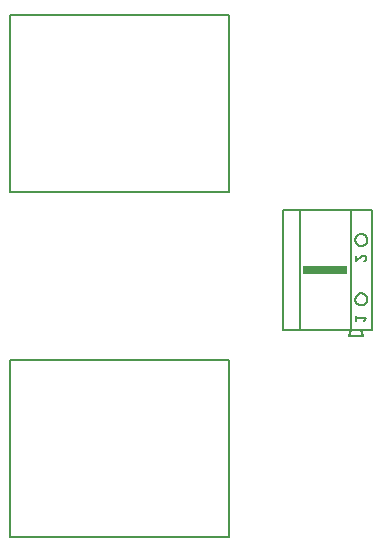
<source format=gbr>
G04 EAGLE Gerber RS-274X export*
G75*
%MOMM*%
%FSLAX34Y34*%
%LPD*%
%INSilkscreen Bottom*%
%IPPOS*%
%AMOC8*
5,1,8,0,0,1.08239X$1,22.5*%
G01*
%ADD10C,0.203200*%
%ADD11C,0.152400*%
%ADD12C,0.127000*%
%ADD13R,3.810000X0.762000*%


D10*
X769200Y497700D02*
X769200Y647700D01*
X584200Y647700D01*
X584200Y497700D01*
X769200Y497700D01*
X769200Y355600D02*
X769200Y205600D01*
X769200Y355600D02*
X584200Y355600D01*
X584200Y205600D01*
X769200Y205600D01*
D11*
X815340Y381000D02*
X829310Y381000D01*
X890270Y381000D02*
X890270Y482600D01*
X872490Y482600D01*
X815340Y482600D02*
X815340Y381000D01*
X881380Y381000D02*
X882650Y375920D01*
X881380Y381000D02*
X890270Y381000D01*
X882650Y375920D02*
X871220Y375920D01*
X872490Y381000D01*
X881380Y381000D01*
X872490Y381000D02*
X872490Y482600D01*
X829310Y482600D01*
X829310Y381000D01*
X872490Y381000D01*
X829310Y482600D02*
X815340Y482600D01*
X876300Y456946D02*
X876302Y457088D01*
X876308Y457231D01*
X876318Y457373D01*
X876332Y457515D01*
X876350Y457656D01*
X876372Y457797D01*
X876398Y457937D01*
X876427Y458076D01*
X876461Y458215D01*
X876499Y458352D01*
X876540Y458489D01*
X876585Y458624D01*
X876634Y458758D01*
X876687Y458890D01*
X876743Y459021D01*
X876803Y459150D01*
X876867Y459278D01*
X876934Y459403D01*
X877005Y459527D01*
X877079Y459649D01*
X877156Y459768D01*
X877237Y459886D01*
X877321Y460001D01*
X877408Y460113D01*
X877499Y460223D01*
X877592Y460331D01*
X877689Y460436D01*
X877788Y460538D01*
X877890Y460637D01*
X877995Y460734D01*
X878103Y460827D01*
X878213Y460918D01*
X878325Y461005D01*
X878440Y461089D01*
X878558Y461170D01*
X878677Y461247D01*
X878799Y461321D01*
X878923Y461392D01*
X879048Y461459D01*
X879176Y461523D01*
X879305Y461583D01*
X879436Y461639D01*
X879568Y461692D01*
X879702Y461741D01*
X879837Y461786D01*
X879974Y461827D01*
X880111Y461865D01*
X880250Y461899D01*
X880389Y461928D01*
X880529Y461954D01*
X880670Y461976D01*
X880811Y461994D01*
X880953Y462008D01*
X881095Y462018D01*
X881238Y462024D01*
X881380Y462026D01*
X881522Y462024D01*
X881665Y462018D01*
X881807Y462008D01*
X881949Y461994D01*
X882090Y461976D01*
X882231Y461954D01*
X882371Y461928D01*
X882510Y461899D01*
X882649Y461865D01*
X882786Y461827D01*
X882923Y461786D01*
X883058Y461741D01*
X883192Y461692D01*
X883324Y461639D01*
X883455Y461583D01*
X883584Y461523D01*
X883712Y461459D01*
X883837Y461392D01*
X883961Y461321D01*
X884083Y461247D01*
X884202Y461170D01*
X884320Y461089D01*
X884435Y461005D01*
X884547Y460918D01*
X884657Y460827D01*
X884765Y460734D01*
X884870Y460637D01*
X884972Y460538D01*
X885071Y460436D01*
X885168Y460331D01*
X885261Y460223D01*
X885352Y460113D01*
X885439Y460001D01*
X885523Y459886D01*
X885604Y459768D01*
X885681Y459649D01*
X885755Y459527D01*
X885826Y459403D01*
X885893Y459278D01*
X885957Y459150D01*
X886017Y459021D01*
X886073Y458890D01*
X886126Y458758D01*
X886175Y458624D01*
X886220Y458489D01*
X886261Y458352D01*
X886299Y458215D01*
X886333Y458076D01*
X886362Y457937D01*
X886388Y457797D01*
X886410Y457656D01*
X886428Y457515D01*
X886442Y457373D01*
X886452Y457231D01*
X886458Y457088D01*
X886460Y456946D01*
X886458Y456804D01*
X886452Y456661D01*
X886442Y456519D01*
X886428Y456377D01*
X886410Y456236D01*
X886388Y456095D01*
X886362Y455955D01*
X886333Y455816D01*
X886299Y455677D01*
X886261Y455540D01*
X886220Y455403D01*
X886175Y455268D01*
X886126Y455134D01*
X886073Y455002D01*
X886017Y454871D01*
X885957Y454742D01*
X885893Y454614D01*
X885826Y454489D01*
X885755Y454365D01*
X885681Y454243D01*
X885604Y454124D01*
X885523Y454006D01*
X885439Y453891D01*
X885352Y453779D01*
X885261Y453669D01*
X885168Y453561D01*
X885071Y453456D01*
X884972Y453354D01*
X884870Y453255D01*
X884765Y453158D01*
X884657Y453065D01*
X884547Y452974D01*
X884435Y452887D01*
X884320Y452803D01*
X884202Y452722D01*
X884083Y452645D01*
X883961Y452571D01*
X883837Y452500D01*
X883712Y452433D01*
X883584Y452369D01*
X883455Y452309D01*
X883324Y452253D01*
X883192Y452200D01*
X883058Y452151D01*
X882923Y452106D01*
X882786Y452065D01*
X882649Y452027D01*
X882510Y451993D01*
X882371Y451964D01*
X882231Y451938D01*
X882090Y451916D01*
X881949Y451898D01*
X881807Y451884D01*
X881665Y451874D01*
X881522Y451868D01*
X881380Y451866D01*
X881238Y451868D01*
X881095Y451874D01*
X880953Y451884D01*
X880811Y451898D01*
X880670Y451916D01*
X880529Y451938D01*
X880389Y451964D01*
X880250Y451993D01*
X880111Y452027D01*
X879974Y452065D01*
X879837Y452106D01*
X879702Y452151D01*
X879568Y452200D01*
X879436Y452253D01*
X879305Y452309D01*
X879176Y452369D01*
X879048Y452433D01*
X878923Y452500D01*
X878799Y452571D01*
X878677Y452645D01*
X878558Y452722D01*
X878440Y452803D01*
X878325Y452887D01*
X878213Y452974D01*
X878103Y453065D01*
X877995Y453158D01*
X877890Y453255D01*
X877788Y453354D01*
X877689Y453456D01*
X877592Y453561D01*
X877499Y453669D01*
X877408Y453779D01*
X877321Y453891D01*
X877237Y454006D01*
X877156Y454124D01*
X877079Y454243D01*
X877005Y454365D01*
X876934Y454489D01*
X876867Y454614D01*
X876803Y454742D01*
X876743Y454871D01*
X876687Y455002D01*
X876634Y455134D01*
X876585Y455268D01*
X876540Y455403D01*
X876499Y455540D01*
X876461Y455677D01*
X876427Y455816D01*
X876398Y455955D01*
X876372Y456095D01*
X876350Y456236D01*
X876332Y456377D01*
X876318Y456519D01*
X876308Y456661D01*
X876302Y456804D01*
X876300Y456946D01*
X876300Y406654D02*
X876302Y406796D01*
X876308Y406939D01*
X876318Y407081D01*
X876332Y407223D01*
X876350Y407364D01*
X876372Y407505D01*
X876398Y407645D01*
X876427Y407784D01*
X876461Y407923D01*
X876499Y408060D01*
X876540Y408197D01*
X876585Y408332D01*
X876634Y408466D01*
X876687Y408598D01*
X876743Y408729D01*
X876803Y408858D01*
X876867Y408986D01*
X876934Y409111D01*
X877005Y409235D01*
X877079Y409357D01*
X877156Y409476D01*
X877237Y409594D01*
X877321Y409709D01*
X877408Y409821D01*
X877499Y409931D01*
X877592Y410039D01*
X877689Y410144D01*
X877788Y410246D01*
X877890Y410345D01*
X877995Y410442D01*
X878103Y410535D01*
X878213Y410626D01*
X878325Y410713D01*
X878440Y410797D01*
X878558Y410878D01*
X878677Y410955D01*
X878799Y411029D01*
X878923Y411100D01*
X879048Y411167D01*
X879176Y411231D01*
X879305Y411291D01*
X879436Y411347D01*
X879568Y411400D01*
X879702Y411449D01*
X879837Y411494D01*
X879974Y411535D01*
X880111Y411573D01*
X880250Y411607D01*
X880389Y411636D01*
X880529Y411662D01*
X880670Y411684D01*
X880811Y411702D01*
X880953Y411716D01*
X881095Y411726D01*
X881238Y411732D01*
X881380Y411734D01*
X881522Y411732D01*
X881665Y411726D01*
X881807Y411716D01*
X881949Y411702D01*
X882090Y411684D01*
X882231Y411662D01*
X882371Y411636D01*
X882510Y411607D01*
X882649Y411573D01*
X882786Y411535D01*
X882923Y411494D01*
X883058Y411449D01*
X883192Y411400D01*
X883324Y411347D01*
X883455Y411291D01*
X883584Y411231D01*
X883712Y411167D01*
X883837Y411100D01*
X883961Y411029D01*
X884083Y410955D01*
X884202Y410878D01*
X884320Y410797D01*
X884435Y410713D01*
X884547Y410626D01*
X884657Y410535D01*
X884765Y410442D01*
X884870Y410345D01*
X884972Y410246D01*
X885071Y410144D01*
X885168Y410039D01*
X885261Y409931D01*
X885352Y409821D01*
X885439Y409709D01*
X885523Y409594D01*
X885604Y409476D01*
X885681Y409357D01*
X885755Y409235D01*
X885826Y409111D01*
X885893Y408986D01*
X885957Y408858D01*
X886017Y408729D01*
X886073Y408598D01*
X886126Y408466D01*
X886175Y408332D01*
X886220Y408197D01*
X886261Y408060D01*
X886299Y407923D01*
X886333Y407784D01*
X886362Y407645D01*
X886388Y407505D01*
X886410Y407364D01*
X886428Y407223D01*
X886442Y407081D01*
X886452Y406939D01*
X886458Y406796D01*
X886460Y406654D01*
X886458Y406512D01*
X886452Y406369D01*
X886442Y406227D01*
X886428Y406085D01*
X886410Y405944D01*
X886388Y405803D01*
X886362Y405663D01*
X886333Y405524D01*
X886299Y405385D01*
X886261Y405248D01*
X886220Y405111D01*
X886175Y404976D01*
X886126Y404842D01*
X886073Y404710D01*
X886017Y404579D01*
X885957Y404450D01*
X885893Y404322D01*
X885826Y404197D01*
X885755Y404073D01*
X885681Y403951D01*
X885604Y403832D01*
X885523Y403714D01*
X885439Y403599D01*
X885352Y403487D01*
X885261Y403377D01*
X885168Y403269D01*
X885071Y403164D01*
X884972Y403062D01*
X884870Y402963D01*
X884765Y402866D01*
X884657Y402773D01*
X884547Y402682D01*
X884435Y402595D01*
X884320Y402511D01*
X884202Y402430D01*
X884083Y402353D01*
X883961Y402279D01*
X883837Y402208D01*
X883712Y402141D01*
X883584Y402077D01*
X883455Y402017D01*
X883324Y401961D01*
X883192Y401908D01*
X883058Y401859D01*
X882923Y401814D01*
X882786Y401773D01*
X882649Y401735D01*
X882510Y401701D01*
X882371Y401672D01*
X882231Y401646D01*
X882090Y401624D01*
X881949Y401606D01*
X881807Y401592D01*
X881665Y401582D01*
X881522Y401576D01*
X881380Y401574D01*
X881238Y401576D01*
X881095Y401582D01*
X880953Y401592D01*
X880811Y401606D01*
X880670Y401624D01*
X880529Y401646D01*
X880389Y401672D01*
X880250Y401701D01*
X880111Y401735D01*
X879974Y401773D01*
X879837Y401814D01*
X879702Y401859D01*
X879568Y401908D01*
X879436Y401961D01*
X879305Y402017D01*
X879176Y402077D01*
X879048Y402141D01*
X878923Y402208D01*
X878799Y402279D01*
X878677Y402353D01*
X878558Y402430D01*
X878440Y402511D01*
X878325Y402595D01*
X878213Y402682D01*
X878103Y402773D01*
X877995Y402866D01*
X877890Y402963D01*
X877788Y403062D01*
X877689Y403164D01*
X877592Y403269D01*
X877499Y403377D01*
X877408Y403487D01*
X877321Y403599D01*
X877237Y403714D01*
X877156Y403832D01*
X877079Y403951D01*
X877005Y404073D01*
X876934Y404197D01*
X876867Y404322D01*
X876803Y404450D01*
X876743Y404579D01*
X876687Y404710D01*
X876634Y404842D01*
X876585Y404976D01*
X876540Y405111D01*
X876499Y405248D01*
X876461Y405385D01*
X876427Y405524D01*
X876398Y405663D01*
X876372Y405803D01*
X876350Y405944D01*
X876332Y406085D01*
X876318Y406227D01*
X876308Y406369D01*
X876302Y406512D01*
X876300Y406654D01*
D12*
X885571Y390384D02*
X883652Y387985D01*
X885571Y390384D02*
X876935Y390384D01*
X876935Y387985D02*
X876935Y392783D01*
X885571Y441424D02*
X885569Y441516D01*
X885563Y441607D01*
X885554Y441698D01*
X885540Y441789D01*
X885523Y441879D01*
X885501Y441968D01*
X885476Y442056D01*
X885448Y442143D01*
X885415Y442229D01*
X885379Y442313D01*
X885340Y442396D01*
X885297Y442477D01*
X885250Y442556D01*
X885201Y442633D01*
X885148Y442708D01*
X885092Y442780D01*
X885033Y442850D01*
X884971Y442918D01*
X884906Y442983D01*
X884838Y443045D01*
X884768Y443104D01*
X884696Y443160D01*
X884621Y443213D01*
X884544Y443262D01*
X884465Y443309D01*
X884384Y443352D01*
X884301Y443391D01*
X884217Y443427D01*
X884131Y443460D01*
X884044Y443488D01*
X883956Y443513D01*
X883867Y443535D01*
X883777Y443552D01*
X883686Y443566D01*
X883595Y443575D01*
X883504Y443581D01*
X883412Y443583D01*
X885571Y441424D02*
X885569Y441321D01*
X885563Y441219D01*
X885554Y441117D01*
X885541Y441015D01*
X885524Y440914D01*
X885503Y440813D01*
X885479Y440714D01*
X885450Y440615D01*
X885419Y440518D01*
X885383Y440421D01*
X885345Y440326D01*
X885302Y440233D01*
X885256Y440141D01*
X885207Y440051D01*
X885155Y439963D01*
X885099Y439876D01*
X885040Y439792D01*
X884979Y439711D01*
X884914Y439631D01*
X884846Y439554D01*
X884775Y439479D01*
X884702Y439408D01*
X884626Y439339D01*
X884548Y439272D01*
X884467Y439209D01*
X884384Y439149D01*
X884299Y439092D01*
X884212Y439038D01*
X884122Y438987D01*
X884031Y438940D01*
X883939Y438896D01*
X883844Y438855D01*
X883749Y438818D01*
X883652Y438785D01*
X881733Y442863D02*
X881799Y442930D01*
X881868Y442994D01*
X881939Y443055D01*
X882013Y443113D01*
X882089Y443168D01*
X882167Y443220D01*
X882247Y443269D01*
X882329Y443315D01*
X882413Y443357D01*
X882499Y443396D01*
X882586Y443431D01*
X882674Y443462D01*
X882764Y443490D01*
X882854Y443515D01*
X882946Y443536D01*
X883038Y443553D01*
X883131Y443566D01*
X883224Y443575D01*
X883318Y443581D01*
X883412Y443583D01*
X881733Y442863D02*
X876935Y438785D01*
X876935Y443583D01*
D13*
X850900Y431800D03*
M02*

</source>
